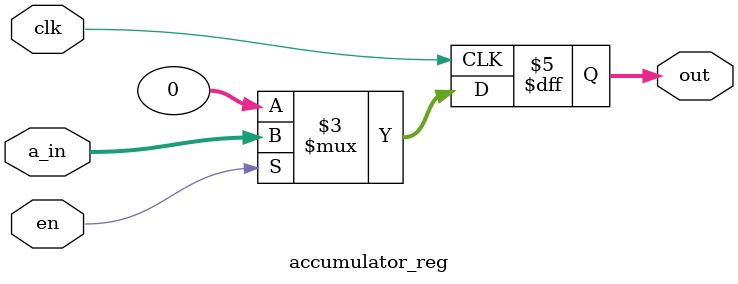
<source format=v>
`timescale 1ns / 1ps

module accumulator_reg# (parameter WIDTH=32) (input signed [WIDTH-1:0] a_in, input clk, input en, output reg signed [WIDTH-1:0] out);

	always @(posedge clk) begin
		if(en)
			out <= a_in;
		else
		  out <= 32'b0;
   end
	
	
endmodule

</source>
